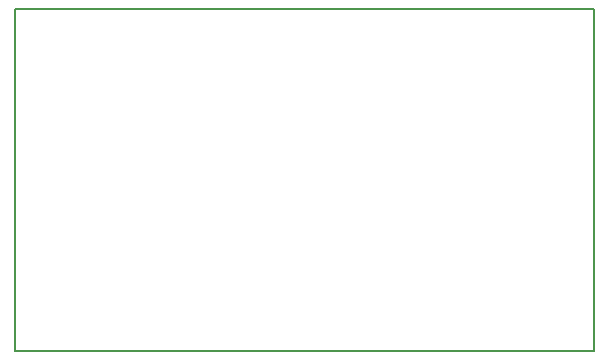
<source format=gko>
G04 #@! TF.FileFunction,Profile,NP*
%FSLAX46Y46*%
G04 Gerber Fmt 4.6, Leading zero omitted, Abs format (unit mm)*
G04 Created by KiCad (PCBNEW (2015-10-22 BZR 6274, Git d63c017)-product) date Sat Oct 24 14:44:23 2015*
%MOMM*%
G01*
G04 APERTURE LIST*
%ADD10C,0.100000*%
%ADD11C,0.150000*%
G04 APERTURE END LIST*
D10*
D11*
X117000000Y-127000000D02*
X117000000Y-98000000D01*
X166000000Y-127000000D02*
X117000000Y-127000000D01*
X166000000Y-98000000D02*
X166000000Y-127000000D01*
X117000000Y-98000000D02*
X166000000Y-98000000D01*
M02*

</source>
